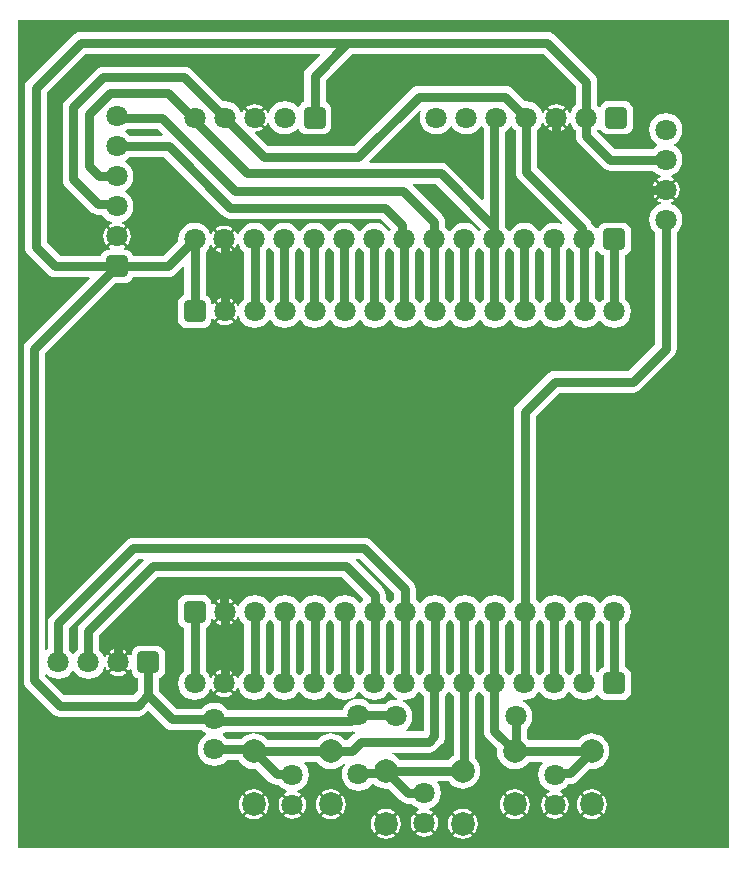
<source format=gtl>
%FSDAX44Y44*%
%MOMM*%
%SFA1B1*%

%IPPOS*%
%AMD12*
4,1,8,-0.675640,-0.899160,0.675640,-0.899160,0.899160,-0.675640,0.899160,0.675640,0.675640,0.899160,-0.675640,0.899160,-0.899160,0.675640,-0.899160,-0.675640,-0.675640,-0.899160,0.0*
1,1,0.450000,-0.675640,-0.675640*
1,1,0.450000,0.675640,-0.675640*
1,1,0.450000,0.675640,0.675640*
1,1,0.450000,-0.675640,0.675640*
%
%AMD14*
4,1,8,-0.899160,0.675640,-0.899160,-0.675640,-0.675640,-0.899160,0.675640,-0.899160,0.899160,-0.675640,0.899160,0.675640,0.675640,0.899160,-0.675640,0.899160,-0.899160,0.675640,0.0*
1,1,0.450000,-0.675640,0.675640*
1,1,0.450000,-0.675640,-0.675640*
1,1,0.450000,0.675640,-0.675640*
1,1,0.450000,0.675640,0.675640*
%
%ADD10C,0.799998*%
%ADD11C,1.799996*%
G04~CAMADD=12~8~0.0~0.0~708.7~708.7~88.6~0.0~15~0.0~0.0~0.0~0.0~0~0.0~0.0~0.0~0.0~0~0.0~0.0~0.0~180.0~708.0~708.0*
%ADD12D12*%
%ADD13C,1.999996*%
G04~CAMADD=14~8~0.0~0.0~708.7~708.7~88.6~0.0~15~0.0~0.0~0.0~0.0~0~0.0~0.0~0.0~0.0~0~0.0~0.0~0.0~90.0~708.0~708.0*
%ADD14D14*%
%LNcoenv_pcb-1*%
%LPD*%
G36*
X00601980Y00000000D02*
X00000000D01*
Y00701040*
X00601980*
Y00000000*
G37*
%LNcoenv_pcb-2*%
%LPC*%
G36*
X00448310Y00691067D02*
X00053340D01*
X00050990Y00690757*
X00048800Y00689851*
X00046920Y00688408*
X00008820Y00650308*
X00007378Y00648428*
X00006471Y00646238*
X00006161Y00643890*
Y00509270*
X00006471Y00506920*
X00007378Y00504730*
X00008820Y00502850*
X00025330Y00486340*
X00027210Y00484897*
X00029399Y00483991*
X00031750Y00483681*
X00060244*
X00060730Y00482508*
X00007550Y00429328*
X00006107Y00427448*
X00005201Y00425258*
X00004891Y00422910*
Y00142240*
X00005201Y00139890*
X00006107Y00137700*
X00007550Y00135820*
X00029140Y00114230*
X00031020Y00112787*
X00033210Y00111881*
X00035560Y00111571*
X00101600*
X00103948Y00111881*
X00106138Y00112787*
X00108018Y00114230*
X00110490Y00116701*
X00124390Y00102800*
X00126270Y00101357*
X00128460Y00100451*
X00130810Y00100141*
X00155688*
X00156384Y00099234*
X00158943Y00097271*
X00159045Y00096928*
Y00096110*
X00158943Y00095767*
X00156384Y00093804*
X00154140Y00090879*
X00152729Y00087474*
X00152248Y00083820*
X00152729Y00080164*
X00154140Y00076759*
X00156384Y00073834*
X00159309Y00071590*
X00162714Y00070179*
X00166370Y00069698*
X00170024Y00070179*
X00173429Y00071590*
X00176354Y00073834*
X00177050Y00074741*
X00186881*
X00187377Y00073815*
X00189251Y00071531*
X00191535Y00069657*
X00194141Y00068264*
X00196969Y00067406*
X00199909Y00067116*
X00201944Y00067317*
X00212871Y00056390*
Y00056389*
X00214751Y00054947*
X00216940Y00054040*
X00219290Y00053731*
X00221284*
X00222424Y00052244*
X00225349Y00050000*
X00228041Y00048885*
Y00047510*
X00226589Y00046909*
X00225195Y00045839*
X00232410Y00038625*
X00239623Y00045839*
X00238229Y00046909*
X00236777Y00047510*
Y00048885*
X00239469Y00050000*
X00242394Y00052244*
X00244638Y00055169*
X00246049Y00058574*
X00246530Y00062230*
X00246049Y00065884*
X00244638Y00069289*
X00242680Y00071841*
X00243186Y00073111*
X00252954*
X00254251Y00071531*
X00256535Y00069657*
X00259141Y00068264*
X00261969Y00067406*
X00264909Y00067116*
X00267849Y00067406*
X00270677Y00068264*
X00273283Y00069657*
X00275567Y00071531*
X00276046Y00072114*
X00276192Y00072097*
X00276762Y00070754*
X00276060Y00069839*
X00274649Y00066434*
X00274168Y00062779*
X00274649Y00059124*
X00276060Y00055719*
X00278304Y00052794*
X00281229Y00050550*
X00284634Y00049139*
X00288290Y00048658*
X00291944Y00049139*
X00295349Y00050550*
X00298274Y00052794*
X00299624Y00054553*
X00301581*
X00303295Y00053147*
X00305901Y00051754*
X00308728Y00050896*
X00311669Y00050606*
X00313703Y00050807*
X00323940Y00040570*
X00325820Y00039127*
X00328009Y00038221*
X00330359Y00037911*
X00333488*
X00334184Y00037004*
X00337109Y00034760*
X00339801Y00033645*
Y00032270*
X00338349Y00031669*
X00336955Y00030599*
X00344170Y00023385*
X00351383Y00030599*
X00349989Y00031669*
X00348537Y00032270*
Y00033645*
X00351229Y00034760*
X00354154Y00037004*
X00356398Y00039929*
X00357809Y00043334*
X00358290Y00046990*
X00357809Y00050644*
X00356398Y00054049*
X00355314Y00055462*
X00355876Y00056601*
X00364714*
X00366011Y00055021*
X00368295Y00053147*
X00370901Y00051754*
X00373729Y00050896*
X00376669Y00050606*
X00379609Y00050896*
X00382437Y00051754*
X00385043Y00053147*
X00387327Y00055021*
X00389201Y00057305*
X00390594Y00059911*
X00391452Y00062739*
X00391742Y00065679*
X00391452Y00068620*
X00390594Y00071447*
X00389201Y00074053*
X00387327Y00076337*
X00387137Y00076493*
Y00129018*
X00388044Y00129714*
X00390007Y00132273*
X00390350Y00132375*
X00391168*
X00391511Y00132273*
X00393474Y00129714*
X00394381Y00129018*
Y00099619*
X00394691Y00097269*
X00395597Y00095080*
X00397040Y00093200*
X00406017Y00084224*
X00405816Y00082189*
X00406106Y00079249*
X00406964Y00076421*
X00408357Y00073815*
X00410231Y00071531*
X00412515Y00069657*
X00415121Y00068264*
X00417948Y00067406*
X00420889Y00067116*
X00423829Y00067406*
X00426657Y00068264*
X00429263Y00069657*
X00431547Y00071531*
X00432844Y00073111*
X00443882*
X00444388Y00071841*
X00442430Y00069289*
X00441019Y00065884*
X00440538Y00062230*
X00441019Y00058574*
X00442430Y00055169*
X00444674Y00052244*
X00447599Y00050000*
X00450291Y00048885*
Y00047510*
X00448839Y00046909*
X00447445Y00045839*
X00454660Y00038625*
X00461873Y00045839*
X00460479Y00046909*
X00459027Y00047510*
Y00048885*
X00461719Y00050000*
X00464644Y00052244*
X00466272Y00054366*
X00467143*
X00469493Y00054675*
X00471682Y00055582*
X00473562Y00057024*
X00483855Y00067317*
X00485889Y00067116*
X00488829Y00067406*
X00491657Y00068264*
X00494263Y00069657*
X00496547Y00071531*
X00498421Y00073815*
X00499814Y00076421*
X00500672Y00079249*
X00500962Y00082189*
X00500672Y00085130*
X00499814Y00087957*
X00498421Y00090563*
X00496547Y00092847*
X00494263Y00094721*
X00491657Y00096114*
X00488829Y00096972*
X00485889Y00097262*
X00482948Y00096972*
X00480121Y00096114*
X00477515Y00094721*
X00475231Y00092847*
X00473934Y00091267*
X00432844*
X00431547Y00092847*
X00430717Y00093528*
Y00101078*
X00431624Y00101774*
X00433868Y00104699*
X00435279Y00108104*
X00435760Y00111760*
X00435279Y00115414*
X00433868Y00118819*
X00431624Y00121744*
X00428699Y00123988*
X00427531Y00124472*
X00427863Y00125709*
X00428859Y00125578*
X00432514Y00126059*
X00435919Y00127470*
X00438844Y00129714*
X00440807Y00132273*
X00441150Y00132375*
X00441968*
X00442311Y00132273*
X00444274Y00129714*
X00447199Y00127470*
X00450604Y00126059*
X00454259Y00125578*
X00457914Y00126059*
X00461319Y00127470*
X00464244Y00129714*
X00466207Y00132273*
X00466550Y00132375*
X00467368*
X00467711Y00132273*
X00469674Y00129714*
X00472599Y00127470*
X00476004Y00126059*
X00479659Y00125578*
X00483314Y00126059*
X00486719Y00127470*
X00489644Y00129714*
X00490153Y00130377*
X00491606Y00130186*
X00491976Y00129293*
X00493138Y00127778*
X00494653Y00126616*
X00496416Y00125886*
X00498309Y00125637*
X00511810*
X00513702Y00125886*
X00515465Y00126616*
X00516980Y00127778*
X00518142Y00129293*
X00518872Y00131056*
X00519122Y00132949*
Y00146449*
X00518872Y00148342*
X00518142Y00150105*
X00516980Y00151620*
X00515465Y00152782*
X00514137Y00153332*
Y00189708*
X00515044Y00190404*
X00517288Y00193329*
X00518699Y00196734*
X00519180Y00200389*
X00518699Y00204044*
X00517288Y00207449*
X00515044Y00210374*
X00512119Y00212618*
X00508714Y00214029*
X00505059Y00214510*
X00501404Y00214029*
X00497999Y00212618*
X00495074Y00210374*
X00493329Y00208099*
X00491789*
X00490044Y00210374*
X00487119Y00212618*
X00483714Y00214029*
X00480060Y00214510*
X00476404Y00214029*
X00472999Y00212618*
X00470074Y00210374*
X00468111Y00207816*
X00467768Y00207713*
X00466950*
X00466607Y00207816*
X00464644Y00210374*
X00461719Y00212618*
X00458314Y00214029*
X00454660Y00214510*
X00451004Y00214029*
X00447599Y00212618*
X00444674Y00210374*
X00442711Y00207816*
X00442368Y00207713*
X00441550*
X00441207Y00207816*
X00439244Y00210374*
X00438337Y00211070*
Y00365809*
X00458419Y00385891*
X00520700*
X00523048Y00386201*
X00525238Y00387107*
X00527118Y00388550*
X00555058Y00416490*
X00556501Y00418370*
X00557407Y00420559*
X00557717Y00422910*
Y00521448*
X00558624Y00522144*
X00560868Y00525069*
X00562279Y00528474*
X00562760Y00532130*
X00562279Y00535784*
X00560868Y00539189*
X00558624Y00542114*
X00555699Y00544358*
X00553007Y00545473*
Y00546848*
X00554459Y00547449*
X00555853Y00548519*
X00548640Y00555733*
X00541425Y00548519*
X00542819Y00547449*
X00544271Y00546848*
Y00545473*
X00541579Y00544358*
X00538654Y00542114*
X00536410Y00539189*
X00534999Y00535784*
X00534518Y00532130*
X00534999Y00528474*
X00536410Y00525069*
X00538654Y00522144*
X00539561Y00521448*
Y00426669*
X00516939Y00404047*
X00454660*
X00452310Y00403737*
X00450120Y00402830*
X00448240Y00401388*
X00422840Y00375988*
X00421398Y00374108*
X00420491Y00371918*
X00420181Y00369570*
Y00211070*
X00419274Y00210374*
X00417311Y00207816*
X00416968Y00207713*
X00416150*
X00415807Y00207816*
X00413844Y00210374*
X00410919Y00212618*
X00407514Y00214029*
X00403860Y00214510*
X00400204Y00214029*
X00396799Y00212618*
X00393874Y00210374*
X00391911Y00207816*
X00391568Y00207713*
X00390750*
X00390407Y00207816*
X00388444Y00210374*
X00385519Y00212618*
X00382114Y00214029*
X00378460Y00214510*
X00374804Y00214029*
X00371399Y00212618*
X00368474Y00210374*
X00366511Y00207816*
X00366168Y00207713*
X00365350*
X00365007Y00207816*
X00363044Y00210374*
X00360119Y00212618*
X00356714Y00214029*
X00353060Y00214510*
X00349404Y00214029*
X00345999Y00212618*
X00343074Y00210374*
X00341111Y00207816*
X00340768Y00207713*
X00339950*
X00339607Y00207816*
X00337644Y00210374*
X00336737Y00211070*
Y00219710*
X00336427Y00222058*
X00335521Y00224248*
X00334078Y00226128*
X00299788Y00260418*
X00297908Y00261860*
X00295718Y00262767*
X00293370Y00263077*
X00097790*
X00095440Y00262767*
X00093250Y00261860*
X00091370Y00260418*
X00027870Y00196918*
X00026427Y00195038*
X00025521Y00192848*
X00025211Y00190500*
Y00168314*
X00024221Y00167485*
X00023831Y00167534*
X00023047Y00167801*
Y00419149*
X00082594Y00478697*
X00090569*
X00092462Y00478946*
X00094225Y00479676*
X00095740Y00480838*
X00096902Y00482353*
X00097452Y00483681*
X00127000*
X00129348Y00483991*
X00131538Y00484897*
X00133418Y00486340*
X00139608Y00492530*
X00140781Y00492044*
Y00468292*
X00139453Y00467742*
X00137938Y00466580*
X00136776Y00465065*
X00136046Y00463302*
X00135797Y00461409*
Y00447909*
X00136046Y00446016*
X00136776Y00444253*
X00137938Y00442738*
X00139453Y00441576*
X00141216Y00440846*
X00143109Y00440596*
X00156609*
X00158502Y00440846*
X00160265Y00441576*
X00161780Y00442738*
X00162942Y00444253*
X00163672Y00446016*
X00163922Y00447909*
Y00448556*
X00165138Y00448830*
X00165192Y00448823*
X00166249Y00447445*
X00173463Y00454660*
X00166249Y00461873*
X00165192Y00460495*
X00165138Y00460488*
X00163922Y00460762*
Y00461409*
X00163672Y00463302*
X00162942Y00465065*
X00161780Y00466580*
X00160265Y00467742*
X00158937Y00468292*
Y00504938*
X00159844Y00505634*
X00162088Y00508559*
X00163003Y00510768*
X00164378*
X00164779Y00509799*
X00165849Y00508405*
X00173063Y00515620*
X00165849Y00522833*
X00164779Y00521439*
X00164378Y00520470*
X00163003*
X00162088Y00522679*
X00159844Y00525604*
X00156919Y00527848*
X00153514Y00529259*
X00149860Y00529740*
X00146204Y00529259*
X00142799Y00527848*
X00139874Y00525604*
X00137630Y00522679*
X00136219Y00519274*
X00135738Y00515620*
X00135888Y00514485*
X00123239Y00501837*
X00097452*
X00096902Y00503165*
X00095740Y00504680*
X00094225Y00505842*
X00092462Y00506572*
X00090569Y00506822*
X00089922*
X00089648Y00508038*
X00089655Y00508091*
X00091033Y00509149*
X00083820Y00516363*
X00076605Y00509149*
X00077983Y00508091*
X00077990Y00508038*
X00077716Y00506822*
X00077069*
X00075176Y00506572*
X00073413Y00505842*
X00071898Y00504680*
X00070736Y00503165*
X00070186Y00501837*
X00035509*
X00024317Y00513029*
Y00640129*
X00057099Y00672911*
X00255824*
X00256310Y00671738*
X00245040Y00660468*
X00243597Y00658588*
X00242691Y00656398*
X00242381Y00654050*
Y00632122*
X00241053Y00631572*
X00239538Y00630410*
X00238376Y00628895*
X00238006Y00628003*
X00236552Y00627811*
X00236044Y00628474*
X00233119Y00630718*
X00229714Y00632129*
X00226060Y00632610*
X00222404Y00632129*
X00218999Y00630718*
X00216074Y00628474*
X00213830Y00625549*
X00212715Y00622857*
X00211340*
X00210739Y00624309*
X00209669Y00625703*
X00202455Y00618490*
X00209669Y00611275*
X00210739Y00612669*
X00211340Y00614121*
X00212715*
X00213830Y00611429*
X00216074Y00608504*
X00218999Y00606260*
X00222404Y00604849*
X00226060Y00604368*
X00229714Y00604849*
X00233119Y00606260*
X00236044Y00608504*
X00236552Y00609167*
X00238006Y00608976*
X00238376Y00608083*
X00239538Y00606568*
X00241053Y00605406*
X00242816Y00604676*
X00244709Y00604426*
X00258209*
X00260102Y00604676*
X00261865Y00605406*
X00263380Y00606568*
X00264542Y00608083*
X00265272Y00609846*
X00265521Y00611739*
Y00625239*
X00265272Y00627132*
X00264542Y00628895*
X00263380Y00630410*
X00261865Y00631572*
X00260537Y00632122*
Y00650289*
X00283159Y00672911*
X00444549*
X00472251Y00645209*
Y00629170*
X00471344Y00628474*
X00469100Y00625549*
X00467985Y00622857*
X00466610*
X00466009Y00624309*
X00464939Y00625703*
X00457725Y00618490*
X00464939Y00611275*
X00466009Y00612669*
X00466610Y00614121*
X00467985*
X00469100Y00611429*
X00471344Y00608504*
X00472251Y00607808*
Y00603250*
X00472561Y00600900*
X00473468Y00598710*
X00474910Y00596830*
X00495230Y00576510*
X00497110Y00575068*
X00499300Y00574161*
X00501650Y00573851*
X00537958*
X00538654Y00572944*
X00541579Y00570700*
X00544271Y00569585*
Y00568210*
X00542819Y00567609*
X00541425Y00566539*
X00548640Y00559325*
X00555853Y00566539*
X00554459Y00567609*
X00553007Y00568210*
Y00569585*
X00555699Y00570700*
X00558624Y00572944*
X00560868Y00575869*
X00562279Y00579274*
X00562760Y00582930*
X00562279Y00586584*
X00560868Y00589989*
X00558624Y00592914*
X00556066Y00594877*
X00555963Y00595220*
Y00596038*
X00556066Y00596381*
X00558624Y00598344*
X00560868Y00601269*
X00562279Y00604674*
X00562760Y00608330*
X00562279Y00611984*
X00560868Y00615389*
X00558624Y00618314*
X00555699Y00620558*
X00552294Y00621969*
X00548640Y00622450*
X00544984Y00621969*
X00541579Y00620558*
X00538654Y00618314*
X00536410Y00615389*
X00534999Y00611984*
X00534518Y00608330*
X00534999Y00604674*
X00536410Y00601269*
X00538654Y00598344*
X00541212Y00596381*
X00541315Y00596038*
Y00595220*
X00541212Y00594877*
X00538654Y00592914*
X00537958Y00592007*
X00505409*
X00490735Y00606681*
X00490805Y00608114*
X00491314Y00608504*
X00491823Y00609167*
X00493276Y00608976*
X00493646Y00608083*
X00494808Y00606568*
X00496323Y00605406*
X00498086Y00604676*
X00499979Y00604426*
X00513479*
X00515372Y00604676*
X00517135Y00605406*
X00518650Y00606568*
X00519812Y00608083*
X00520542Y00609846*
X00520792Y00611739*
Y00625239*
X00520542Y00627132*
X00519812Y00628895*
X00518650Y00630410*
X00517135Y00631572*
X00515372Y00632302*
X00513479Y00632551*
X00499979*
X00498086Y00632302*
X00496323Y00631572*
X00494808Y00630410*
X00493646Y00628895*
X00493276Y00628003*
X00491823Y00627811*
X00491314Y00628474*
X00490407Y00629170*
Y00648970*
X00490097Y00651319*
X00489191Y00653508*
X00487748Y00655388*
X00454728Y00688408*
X00452848Y00689851*
X00450659Y00690757*
X00448310Y00691067*
G37*
G36*
X00455930Y00630129D02*
X00452917Y00629732D01*
X00450109Y00628569*
X00448715Y00627499*
X00455930Y00620285*
X00463143Y00627499*
X00461749Y00628569*
X00458941Y00629732*
X00455930Y00630129*
G37*
G36*
X00200660D02*
X00197646Y00629732D01*
X00194839Y00628569*
X00193445Y00627499*
X00200660Y00620285*
X00207873Y00627499*
X00206479Y00628569*
X00203672Y00629732*
X00200660Y00630129*
G37*
G36*
X00072390Y00661857D02*
X00070040Y00661547D01*
X00067850Y00660640*
X00065970Y00659198*
X00040570Y00633798*
X00039127Y00631918*
X00038221Y00629728*
X00037911Y00627380*
Y00566420*
X00038221Y00564070*
X00039127Y00561880*
X00040570Y00560000*
X00061517Y00539054*
Y00539053*
X00063397Y00537611*
X00065586Y00536704*
X00067936Y00536395*
X00071670*
X00073834Y00533574*
X00076759Y00531330*
X00079451Y00530215*
Y00528840*
X00077999Y00528239*
X00076605Y00527169*
X00083820Y00519955*
X00091033Y00527169*
X00089639Y00528239*
X00088187Y00528840*
Y00530215*
X00090879Y00531330*
X00093804Y00533574*
X00096048Y00536499*
X00097459Y00539904*
X00097940Y00543560*
X00097459Y00547214*
X00096048Y00550619*
X00093804Y00553544*
X00091246Y00555507*
X00091143Y00555850*
Y00556668*
X00091246Y00557011*
X00093804Y00558974*
X00096048Y00561899*
X00097459Y00565304*
X00097940Y00568960*
X00097459Y00572614*
X00096048Y00576019*
X00093804Y00578944*
X00091246Y00580907*
X00091143Y00581250*
Y00582068*
X00091246Y00582411*
X00093804Y00584374*
X00094500Y00585281*
X00123904*
X00173315Y00535870*
X00175195Y00534427*
X00177385Y00533521*
X00179734Y00533211*
X00307389*
X00316285Y00524315*
X00315311Y00523045*
X00314968Y00522943*
X00314150*
X00313807Y00523045*
X00311844Y00525604*
X00308919Y00527848*
X00305514Y00529259*
X00301859Y00529740*
X00298204Y00529259*
X00294799Y00527848*
X00291874Y00525604*
X00289911Y00523045*
X00289568Y00522943*
X00288750*
X00288407Y00523045*
X00286444Y00525604*
X00283519Y00527848*
X00280114Y00529259*
X00276459Y00529740*
X00272804Y00529259*
X00269399Y00527848*
X00266474Y00525604*
X00264511Y00523045*
X00264168Y00522943*
X00263350*
X00263007Y00523045*
X00261044Y00525604*
X00258119Y00527848*
X00254714Y00529259*
X00251059Y00529740*
X00247404Y00529259*
X00243999Y00527848*
X00241074Y00525604*
X00239111Y00523045*
X00238768Y00522943*
X00237950*
X00237607Y00523045*
X00235644Y00525604*
X00232719Y00527848*
X00229314Y00529259*
X00225659Y00529740*
X00222004Y00529259*
X00218599Y00527848*
X00215674Y00525604*
X00213711Y00523045*
X00213368Y00522943*
X00212550*
X00212207Y00523045*
X00210244Y00525604*
X00207319Y00527848*
X00203914Y00529259*
X00200259Y00529740*
X00196604Y00529259*
X00193199Y00527848*
X00190274Y00525604*
X00188030Y00522679*
X00186915Y00519987*
X00185540*
X00184939Y00521439*
X00183869Y00522833*
X00176655Y00515620*
X00183869Y00508405*
X00184939Y00509799*
X00185540Y00511251*
X00186915*
X00188030Y00508559*
X00190274Y00505634*
X00191581Y00504631*
Y00465340*
X00190674Y00464644*
X00188430Y00461719*
X00187315Y00459027*
X00185940*
X00185339Y00460479*
X00184269Y00461873*
X00177055Y00454660*
X00184269Y00447445*
X00185339Y00448839*
X00185940Y00450291*
X00187315*
X00188430Y00447599*
X00190674Y00444674*
X00193599Y00442430*
X00197004Y00441019*
X00200660Y00440538*
X00204314Y00441019*
X00207719Y00442430*
X00210644Y00444674*
X00212607Y00447233*
X00212950Y00447335*
X00213768*
X00214111Y00447233*
X00216074Y00444674*
X00218999Y00442430*
X00222404Y00441019*
X00226060Y00440538*
X00229714Y00441019*
X00233119Y00442430*
X00236044Y00444674*
X00238007Y00447233*
X00238350Y00447335*
X00239168*
X00239511Y00447233*
X00241474Y00444674*
X00244399Y00442430*
X00247804Y00441019*
X00251460Y00440538*
X00255114Y00441019*
X00258519Y00442430*
X00261444Y00444674*
X00263407Y00447233*
X00263750Y00447335*
X00264568*
X00264911Y00447233*
X00266874Y00444674*
X00269799Y00442430*
X00273204Y00441019*
X00276860Y00440538*
X00280514Y00441019*
X00283919Y00442430*
X00286844Y00444674*
X00288807Y00447233*
X00289150Y00447335*
X00289968*
X00290311Y00447233*
X00292274Y00444674*
X00295199Y00442430*
X00298604Y00441019*
X00302260Y00440538*
X00305914Y00441019*
X00309319Y00442430*
X00312244Y00444674*
X00314207Y00447233*
X00314550Y00447335*
X00315368*
X00315711Y00447233*
X00317674Y00444674*
X00320599Y00442430*
X00324004Y00441019*
X00327660Y00440538*
X00331314Y00441019*
X00334719Y00442430*
X00337644Y00444674*
X00339607Y00447233*
X00339950Y00447335*
X00340768*
X00341111Y00447233*
X00343074Y00444674*
X00345999Y00442430*
X00349404Y00441019*
X00353060Y00440538*
X00356714Y00441019*
X00360119Y00442430*
X00363044Y00444674*
X00365007Y00447233*
X00365350Y00447335*
X00366168*
X00366511Y00447233*
X00368474Y00444674*
X00371399Y00442430*
X00374804Y00441019*
X00378460Y00440538*
X00382114Y00441019*
X00385519Y00442430*
X00388444Y00444674*
X00390407Y00447233*
X00390750Y00447335*
X00391568*
X00391911Y00447233*
X00393874Y00444674*
X00396799Y00442430*
X00400204Y00441019*
X00403860Y00440538*
X00407514Y00441019*
X00410919Y00442430*
X00413844Y00444674*
X00415807Y00447233*
X00416150Y00447335*
X00416968*
X00417311Y00447233*
X00419274Y00444674*
X00422199Y00442430*
X00425604Y00441019*
X00429260Y00440538*
X00432914Y00441019*
X00436319Y00442430*
X00439244Y00444674*
X00441207Y00447233*
X00441550Y00447335*
X00442368*
X00442711Y00447233*
X00444674Y00444674*
X00447599Y00442430*
X00451004Y00441019*
X00454660Y00440538*
X00458314Y00441019*
X00461719Y00442430*
X00464644Y00444674*
X00466607Y00447233*
X00466950Y00447335*
X00467768*
X00468111Y00447233*
X00470074Y00444674*
X00472999Y00442430*
X00476404Y00441019*
X00480060Y00440538*
X00483714Y00441019*
X00487119Y00442430*
X00490044Y00444674*
X00491789Y00446949*
X00493329*
X00495074Y00444674*
X00497999Y00442430*
X00501404Y00441019*
X00505059Y00440538*
X00508714Y00441019*
X00512119Y00442430*
X00515044Y00444674*
X00517288Y00447599*
X00518699Y00451004*
X00519180Y00454660*
X00518699Y00458314*
X00517288Y00461719*
X00515044Y00464644*
X00514137Y00465340*
Y00501986*
X00515465Y00502536*
X00516980Y00503698*
X00518142Y00505213*
X00518872Y00506976*
X00519122Y00508869*
Y00522369*
X00518872Y00524262*
X00518142Y00526025*
X00516980Y00527540*
X00515465Y00528702*
X00513702Y00529432*
X00511810Y00529682*
X00498309*
X00496416Y00529432*
X00494653Y00528702*
X00493138Y00527540*
X00491976Y00526025*
X00491606Y00525133*
X00490153Y00524941*
X00489644Y00525604*
X00486719Y00527848*
X00486498Y00527939*
X00485607Y00530091*
X00484164Y00531971*
X00439607Y00576529*
Y00607808*
X00440514Y00608504*
X00442758Y00611429*
X00443873Y00614121*
X00445248*
X00445849Y00612669*
X00446919Y00611275*
X00454133Y00618490*
X00446919Y00625703*
X00445849Y00624309*
X00445248Y00622857*
X00443873*
X00442758Y00625549*
X00440514Y00628474*
X00437589Y00630718*
X00434184Y00632129*
X00430530Y00632610*
X00429444Y00632467*
X00419004Y00642908*
X00417124Y00644350*
X00414934Y00645257*
X00412585Y00645567*
X00339309*
X00336959Y00645257*
X00334770Y00644351*
X00332890Y00642908*
X00284529Y00594547*
X00211983*
X00200926Y00605604*
X00201381Y00606944*
X00203672Y00607246*
X00206479Y00608409*
X00207873Y00609479*
X00199761Y00617591*
X00191649Y00625703*
X00190579Y00624309*
X00189978Y00622857*
X00188603*
X00187488Y00625549*
X00185244Y00628474*
X00182319Y00630718*
X00178914Y00632129*
X00175260Y00632610*
X00174174Y00632467*
X00163734Y00642908*
X00163494Y00643092*
X00147388Y00659198*
X00145508Y00660640*
X00143318Y00661547*
X00140970Y00661857*
X00072390*
G37*
G36*
X00455930Y00616693D02*
X00448715Y00609479D01*
X00450109Y00608409*
X00452917Y00607246*
X00455930Y00606849*
X00458941Y00607246*
X00461749Y00608409*
X00463143Y00609479*
X00455930Y00616693*
G37*
G36*
X00557649Y00564743D02*
X00550435Y00557530D01*
X00557649Y00550315*
X00558719Y00551709*
X00559882Y00554517*
X00560279Y00557530*
X00559882Y00560541*
X00558719Y00563349*
X00557649Y00564743*
G37*
G36*
X00539629D02*
X00538559Y00563349D01*
X00537396Y00560541*
X00536999Y00557530*
X00537396Y00554517*
X00538559Y00551709*
X00539629Y00550315*
X00546843Y00557530*
X00539629Y00564743*
G37*
G36*
X00174859Y00527258D02*
X00171846Y00526862D01*
X00169039Y00525699*
X00167645Y00524629*
X00174859Y00517415*
X00182073Y00524629*
X00180679Y00525699*
X00177872Y00526862*
X00174859Y00527258*
G37*
G36*
X00074809Y00525373D02*
X00073739Y00523979D01*
X00072576Y00521171*
X00072180Y00518160*
X00072576Y00515147*
X00073739Y00512339*
X00074809Y00510945*
X00082023Y00518160*
X00074809Y00525373*
G37*
G36*
X00092829D02*
X00085615Y00518160D01*
X00092829Y00510945*
X00093899Y00512339*
X00095062Y00515147*
X00095459Y00518160*
X00095062Y00521171*
X00093899Y00523979*
X00092829Y00525373*
G37*
G36*
X00174859Y00513823D02*
X00167645Y00506609D01*
X00169039Y00505539*
X00171846Y00504376*
X00174859Y00503979*
X00177872Y00504376*
X00180679Y00505539*
X00182073Y00506609*
X00174859Y00513823*
G37*
G36*
X00175260Y00466299D02*
X00172247Y00465902D01*
X00169439Y00464739*
X00168045Y00463669*
X00175260Y00456455*
X00182473Y00463669*
X00181079Y00464739*
X00178271Y00465902*
X00175260Y00466299*
G37*
G36*
Y00452863D02*
X00168045Y00445649D01*
X00169439Y00444579*
X00172247Y00443416*
X00175260Y00443019*
X00178271Y00443416*
X00181079Y00444579*
X00182473Y00445649*
X00175260Y00452863*
G37*
G36*
X00420889Y00049837D02*
X00417615Y00049406D01*
X00414565Y00048143*
X00412962Y00046912*
X00420889Y00038985*
X00428816Y00046912*
X00427213Y00048143*
X00424163Y00049406*
X00420889Y00049837*
G37*
G36*
X00264909D02*
X00261635Y00049406D01*
X00258585Y00048143*
X00256982Y00046912*
X00264909Y00038985*
X00272836Y00046912*
X00271233Y00048143*
X00268183Y00049406*
X00264909Y00049837*
G37*
G36*
X00199909D02*
X00196635Y00049406D01*
X00193585Y00048143*
X00191982Y00046912*
X00199909Y00038985*
X00207836Y00046912*
X00206233Y00048143*
X00203183Y00049406*
X00199909Y00049837*
G37*
G36*
X00485889D02*
X00482615Y00049406D01*
X00479565Y00048143*
X00477962Y00046912*
X00485889Y00038985*
X00493816Y00046912*
X00492213Y00048143*
X00489163Y00049406*
X00485889Y00049837*
G37*
G36*
X00445649Y00044043D02*
X00444579Y00042649D01*
X00443416Y00039842*
X00443019Y00036830*
X00443416Y00033817*
X00444579Y00031009*
X00445649Y00029615*
X00452863Y00036830*
X00445649Y00044043*
G37*
G36*
X00223399D02*
X00222329Y00042649D01*
X00221166Y00039842*
X00220769Y00036830*
X00221166Y00033817*
X00222329Y00031009*
X00223399Y00029615*
X00230613Y00036830*
X00223399Y00044043*
G37*
G36*
X00463669D02*
X00456455Y00036830D01*
X00463669Y00029615*
X00464739Y00031009*
X00465902Y00033817*
X00466299Y00036830*
X00465902Y00039842*
X00464739Y00042649*
X00463669Y00044043*
G37*
G36*
X00241419D02*
X00234205Y00036830D01*
X00241419Y00029615*
X00242489Y00031009*
X00243652Y00033817*
X00244048Y00036830*
X00243652Y00039842*
X00242489Y00042649*
X00241419Y00044043*
G37*
G36*
X00476166Y00045116D02*
X00474935Y00043513D01*
X00473672Y00040463*
X00473241Y00037189*
X00473672Y00033915*
X00474935Y00030865*
X00476166Y00029262*
X00484093Y00037189*
X00476166Y00045116*
G37*
G36*
X00411165D02*
X00409935Y00043513D01*
X00408672Y00040463*
X00408241Y00037189*
X00408672Y00033915*
X00409935Y00030865*
X00411166Y00029262*
X00419093Y00037189*
X00411165Y00045116*
G37*
G36*
X00255186D02*
X00253955Y00043513D01*
X00252692Y00040463*
X00252261Y00037189*
X00252692Y00033915*
X00253955Y00030865*
X00255186Y00029262*
X00263113Y00037189*
X00255186Y00045116*
G37*
G36*
X00190186D02*
X00188955Y00043513D01*
X00187692Y00040463*
X00187261Y00037189*
X00187692Y00033915*
X00188955Y00030865*
X00190186Y00029262*
X00198113Y00037189*
X00190186Y00045116*
G37*
G36*
X00430612D02*
X00422685Y00037189D01*
X00430612Y00029262*
X00431843Y00030865*
X00433106Y00033915*
X00433537Y00037189*
X00433106Y00040463*
X00431843Y00043513*
X00430612Y00045116*
G37*
G36*
X00495612D02*
X00487685Y00037189D01*
X00495612Y00029262*
X00496843Y00030865*
X00498106Y00033915*
X00498537Y00037189*
X00498106Y00040463*
X00496843Y00043513*
X00495612Y00045116*
G37*
G36*
X00274632D02*
X00266705Y00037189D01*
X00274632Y00029262*
X00275863Y00030865*
X00277126Y00033915*
X00277557Y00037189*
X00277126Y00040463*
X00275863Y00043513*
X00274632Y00045116*
G37*
G36*
X00209632D02*
X00201705Y00037189D01*
X00209632Y00029262*
X00210863Y00030865*
X00212126Y00033915*
X00212557Y00037189*
X00212126Y00040463*
X00210863Y00043513*
X00209632Y00045116*
G37*
G36*
X00454660Y00035033D02*
X00447445Y00027819D01*
X00448839Y00026749*
X00451646Y00025586*
X00454660Y00025189*
X00457672Y00025586*
X00460479Y00026749*
X00461873Y00027819*
X00454660Y00035033*
G37*
G36*
X00232410D02*
X00225195Y00027819D01*
X00226589Y00026749*
X00229397Y00025586*
X00232410Y00025189*
X00235421Y00025586*
X00238229Y00026749*
X00239623Y00027819*
X00232410Y00035033*
G37*
G36*
X00485889Y00035393D02*
X00477962Y00027466D01*
X00479565Y00026235*
X00482615Y00024972*
X00485889Y00024541*
X00489163Y00024972*
X00492213Y00026235*
X00493816Y00027465*
X00485889Y00035393*
G37*
G36*
X00420889D02*
X00412962Y00027466D01*
X00414565Y00026235*
X00417615Y00024972*
X00420889Y00024541*
X00424163Y00024972*
X00427213Y00026235*
X00428816Y00027465*
X00420889Y00035393*
G37*
G36*
X00264909D02*
X00256982Y00027466D01*
X00258585Y00026235*
X00261635Y00024972*
X00264909Y00024541*
X00268183Y00024972*
X00271233Y00026235*
X00272836Y00027465*
X00264909Y00035393*
G37*
G36*
X00199909D02*
X00191982Y00027466D01*
X00193585Y00026235*
X00196635Y00024972*
X00199909Y00024541*
X00203183Y00024972*
X00206233Y00026235*
X00207836Y00027465*
X00199909Y00035393*
G37*
G36*
X00376669Y00033327D02*
X00373395Y00032896D01*
X00370345Y00031633*
X00368742Y00030402*
X00376669Y00022475*
X00384596Y00030402*
X00382993Y00031633*
X00379943Y00032896*
X00376669Y00033327*
G37*
G36*
X00311669D02*
X00308395Y00032896D01*
X00305345Y00031633*
X00303742Y00030402*
X00311669Y00022475*
X00319596Y00030402*
X00317993Y00031633*
X00314943Y00032896*
X00311669Y00033327*
G37*
G36*
X00335159Y00028803D02*
X00334089Y00027409D01*
X00332926Y00024601*
X00332530Y00021590*
X00332926Y00018577*
X00334089Y00015769*
X00335159Y00014375*
X00342373Y00021590*
X00335159Y00028803*
G37*
G36*
X00353179D02*
X00345965Y00021590D01*
X00353179Y00014375*
X00354249Y00015769*
X00355412Y00018577*
X00355809Y00021590*
X00355412Y00024601*
X00354249Y00027409*
X00353179Y00028803*
G37*
G36*
X00366946Y00028606D02*
X00365715Y00027003D01*
X00364452Y00023953*
X00364021Y00020679*
X00364452Y00017405*
X00365715Y00014355*
X00366946Y00012752*
X00374873Y00020679*
X00366946Y00028606*
G37*
G36*
X00301946D02*
X00300715Y00027003D01*
X00299452Y00023953*
X00299021Y00020679*
X00299452Y00017405*
X00300715Y00014355*
X00301946Y00012752*
X00309873Y00020679*
X00301946Y00028606*
G37*
G36*
X00386392D02*
X00378465Y00020679D01*
X00386392Y00012752*
X00387623Y00014355*
X00388886Y00017405*
X00389317Y00020679*
X00388886Y00023953*
X00387623Y00027003*
X00386392Y00028606*
G37*
G36*
X00321392D02*
X00313465Y00020679D01*
X00321392Y00012752*
X00322623Y00014355*
X00323886Y00017405*
X00324317Y00020679*
X00323886Y00023953*
X00322623Y00027003*
X00321392Y00028606*
G37*
G36*
X00344170Y00019793D02*
X00336955Y00012579D01*
X00338349Y00011509*
X00341156Y00010346*
X00344170Y00009949*
X00347182Y00010346*
X00349989Y00011509*
X00351383Y00012579*
X00344170Y00019793*
G37*
G36*
X00376669Y00018883D02*
X00368742Y00010956D01*
X00370345Y00009725*
X00373395Y00008462*
X00376669Y00008031*
X00379943Y00008462*
X00382993Y00009725*
X00384596Y00010955*
X00376669Y00018883*
G37*
G36*
X00311669D02*
X00303742Y00010956D01*
X00305345Y00009725*
X00308395Y00008462*
X00311669Y00008031*
X00314943Y00008462*
X00317993Y00009725*
X00319596Y00010955*
X00311669Y00018883*
G37*
%LNcoenv_pcb-3*%
%LPD*%
G36*
X00318581Y00215949D02*
Y00211070D01*
X00317674Y00210374*
X00315711Y00207816*
X00315368Y00207713*
X00314550*
X00314207Y00207816*
X00312244Y00210374*
X00311337Y00211070*
Y00214630*
X00311027Y00216979*
X00310120Y00219168*
X00308678Y00221048*
X00285978Y00243748*
X00286464Y00244921*
X00289609*
X00318581Y00215949*
G37*
G36*
X00292387Y00211664D02*
X00292303Y00210396D01*
X00292274Y00210374*
X00290311Y00207816*
X00289968Y00207713*
X00289150*
X00288807Y00207816*
X00286844Y00210374*
X00283919Y00212618*
X00280514Y00214029*
X00276860Y00214510*
X00273204Y00214029*
X00269799Y00212618*
X00266874Y00210374*
X00264911Y00207816*
X00264568Y00207713*
X00263750*
X00263407Y00207816*
X00261444Y00210374*
X00258519Y00212618*
X00255114Y00214029*
X00251460Y00214510*
X00247804Y00214029*
X00244399Y00212618*
X00241474Y00210374*
X00239511Y00207816*
X00239168Y00207713*
X00238350*
X00238007Y00207816*
X00236044Y00210374*
X00233119Y00212618*
X00229714Y00214029*
X00226060Y00214510*
X00222404Y00214029*
X00218999Y00212618*
X00216074Y00210374*
X00214111Y00207816*
X00213768Y00207713*
X00212950*
X00212607Y00207816*
X00210644Y00210374*
X00207719Y00212618*
X00204314Y00214029*
X00200660Y00214510*
X00197004Y00214029*
X00193599Y00212618*
X00190674Y00210374*
X00188430Y00207449*
X00187315Y00204757*
X00185940*
X00185339Y00206209*
X00184269Y00207603*
X00177055Y00200389*
X00184269Y00193175*
X00185339Y00194569*
X00185940Y00196021*
X00187315*
X00188430Y00193329*
X00190674Y00190404*
X00191581Y00189708*
Y00150687*
X00190274Y00149684*
X00188030Y00146759*
X00186915Y00144067*
X00185540*
X00184939Y00145519*
X00183869Y00146913*
X00176655Y00139700*
X00183869Y00132485*
X00184939Y00133879*
X00185540Y00135331*
X00186915*
X00188030Y00132639*
X00190274Y00129714*
X00193199Y00127470*
X00196604Y00126059*
X00200259Y00125578*
X00203914Y00126059*
X00207319Y00127470*
X00210244Y00129714*
X00212207Y00132273*
X00212550Y00132375*
X00213368*
X00213711Y00132273*
X00215674Y00129714*
X00218599Y00127470*
X00222004Y00126059*
X00225659Y00125578*
X00229314Y00126059*
X00232719Y00127470*
X00235644Y00129714*
X00237607Y00132273*
X00237950Y00132375*
X00238768*
X00239111Y00132273*
X00241074Y00129714*
X00243999Y00127470*
X00247404Y00126059*
X00251059Y00125578*
X00254714Y00126059*
X00258119Y00127470*
X00261044Y00129714*
X00263007Y00132273*
X00263350Y00132375*
X00264168*
X00264511Y00132273*
X00266474Y00129714*
X00269399Y00127470*
X00272804Y00126059*
X00276459Y00125578*
X00280114Y00126059*
X00283519Y00127470*
X00286444Y00129714*
X00288407Y00132273*
X00288750Y00132375*
X00289568*
X00289911Y00132273*
X00291874Y00129714*
X00294799Y00127470*
X00298204Y00126059*
X00301859Y00125578*
X00305514Y00126059*
X00308919Y00127470*
X00311844Y00129714*
X00313807Y00132273*
X00314150Y00132375*
X00314968*
X00315311Y00132273*
X00317274Y00129714*
X00320199Y00127470*
X00321367Y00126986*
X00321036Y00125749*
X00320040Y00125880*
X00316384Y00125399*
X00312979Y00123988*
X00310527Y00122107*
X00298548*
X00298274Y00122464*
X00295349Y00124708*
X00291944Y00126119*
X00288290Y00126600*
X00284634Y00126119*
X00281229Y00124708*
X00278304Y00122464*
X00276060Y00119539*
X00275019Y00117027*
X00178025*
X00176354Y00119204*
X00173429Y00121448*
X00170024Y00122859*
X00166370Y00123340*
X00162714Y00122859*
X00159309Y00121448*
X00156384Y00119204*
X00155688Y00118297*
X00134569*
X00119567Y00133299*
Y00143846*
X00120895Y00144396*
X00122410Y00145558*
X00123572Y00147073*
X00124302Y00148836*
X00124551Y00150729*
Y00164229*
X00124302Y00166122*
X00123572Y00167885*
X00122410Y00169400*
X00120895Y00170562*
X00119132Y00171292*
X00117239Y00171541*
X00103739*
X00101846Y00171292*
X00100083Y00170562*
X00098568Y00169400*
X00097406Y00167885*
X00096676Y00166122*
X00096426Y00164229*
Y00163582*
X00095210Y00163308*
X00095156Y00163315*
X00094099Y00164693*
X00086885Y00157480*
X00094099Y00150265*
X00095156Y00151643*
X00095210Y00151650*
X00096426Y00151376*
Y00150729*
X00096676Y00148836*
X00097406Y00147073*
X00098568Y00145558*
X00100083Y00144396*
X00101411Y00143846*
Y00133299*
X00097839Y00129727*
X00039319*
X00023065Y00145980*
X00023183Y00147100*
X00024342Y00147465*
X00027229Y00145250*
X00030634Y00143839*
X00034290Y00143358*
X00037944Y00143839*
X00041349Y00145250*
X00044274Y00147494*
X00046237Y00150053*
X00046580Y00150155*
X00047398*
X00047741Y00150053*
X00049704Y00147494*
X00052629Y00145250*
X00056034Y00143839*
X00059690Y00143358*
X00063344Y00143839*
X00066749Y00145250*
X00069674Y00147494*
X00071918Y00150419*
X00073033Y00153111*
X00074408*
X00075009Y00151659*
X00076079Y00150265*
X00083293Y00157480*
X00076079Y00164693*
X00075009Y00163299*
X00074408Y00161847*
X00073033*
X00071918Y00164539*
X00069674Y00167464*
X00068767Y00168160*
Y00180389*
X00118059Y00229681*
X00274369*
X00292387Y00211664*
G37*
G36*
X00106450Y00243748D02*
X00053270Y00190568D01*
X00051827Y00188688*
X00050921Y00186498*
X00050611Y00184150*
Y00168160*
X00049704Y00167464*
X00047741Y00164906*
X00047398Y00164803*
X00046580*
X00046237Y00164906*
X00044274Y00167464*
X00043367Y00168160*
Y00186739*
X00101549Y00244921*
X00105964*
X00106450Y00243748*
G37*
G36*
X00495074Y00190404D02*
X00495981Y00189708D01*
Y00153332*
X00494653Y00152782*
X00493138Y00151620*
X00491976Y00150105*
X00491606Y00149212*
X00490153Y00149021*
X00489644Y00149684*
X00489137Y00150073*
Y00189708*
X00490044Y00190404*
X00491789Y00192679*
X00493329*
X00495074Y00190404*
G37*
G36*
X00468111Y00192963D02*
X00470074Y00190404D01*
X00470981Y00189708*
Y00150687*
X00469674Y00149684*
X00467711Y00147126*
X00467368Y00147023*
X00466550*
X00466207Y00147126*
X00464244Y00149684*
X00463337Y00150380*
Y00189401*
X00464644Y00190404*
X00466607Y00192963*
X00466950Y00193065*
X00467768*
X00468111Y00192963*
G37*
G36*
X00442711D02*
X00444674Y00190404D01*
X00445181Y00190015*
Y00150380*
X00444274Y00149684*
X00442311Y00147126*
X00441968Y00147023*
X00441150*
X00440807Y00147126*
X00438844Y00149684*
X00438337Y00150073*
Y00189708*
X00439244Y00190404*
X00441207Y00192963*
X00441550Y00193065*
X00442368*
X00442711Y00192963*
G37*
G36*
X00417311D02*
X00419274Y00190404D01*
X00420181Y00189708*
Y00150687*
X00418874Y00149684*
X00416911Y00147126*
X00416568Y00147023*
X00415750*
X00415407Y00147126*
X00413444Y00149684*
X00412537Y00150380*
Y00189401*
X00413844Y00190404*
X00415807Y00192963*
X00416150Y00193065*
X00416968*
X00417311Y00192963*
G37*
G36*
X00391911D02*
X00393874Y00190404D01*
X00394381Y00190015*
Y00150380*
X00393474Y00149684*
X00391511Y00147126*
X00391168Y00147023*
X00390350*
X00390007Y00147126*
X00388044Y00149684*
X00387137Y00150380*
Y00189401*
X00388444Y00190404*
X00390407Y00192963*
X00390750Y00193065*
X00391568*
X00391911Y00192963*
G37*
G36*
X00366511D02*
X00368474Y00190404D01*
X00368981Y00190015*
Y00150380*
X00368074Y00149684*
X00366111Y00147126*
X00365768Y00147023*
X00364950*
X00364607Y00147126*
X00362644Y00149684*
X00362137Y00150073*
Y00189708*
X00363044Y00190404*
X00365007Y00192963*
X00365350Y00193065*
X00366168*
X00366511Y00192963*
G37*
G36*
X00341111D02*
X00343074Y00190404D01*
X00343981Y00189708*
Y00150687*
X00342674Y00149684*
X00340711Y00147126*
X00340368Y00147023*
X00339550*
X00339207Y00147126*
X00337244Y00149684*
X00336737Y00150073*
Y00189708*
X00337644Y00190404*
X00339607Y00192963*
X00339950Y00193065*
X00340768*
X00341111Y00192963*
G37*
G36*
X00315711D02*
X00317674Y00190404D01*
X00318581Y00189708*
Y00150687*
X00317274Y00149684*
X00315311Y00147126*
X00314968Y00147023*
X00314150*
X00313807Y00147126*
X00311844Y00149684*
X00311337Y00150073*
Y00189708*
X00312244Y00190404*
X00314207Y00192963*
X00314550Y00193065*
X00315368*
X00315711Y00192963*
G37*
G36*
X00290311D02*
X00292274Y00190404D01*
X00293181Y00189708*
Y00150687*
X00291874Y00149684*
X00289911Y00147126*
X00289568Y00147023*
X00288750*
X00288407Y00147126*
X00286444Y00149684*
X00285937Y00150073*
Y00189708*
X00286844Y00190404*
X00288807Y00192963*
X00289150Y00193065*
X00289968*
X00290311Y00192963*
G37*
G36*
X00264911D02*
X00266874Y00190404D01*
X00267781Y00189708*
Y00150687*
X00266474Y00149684*
X00264511Y00147126*
X00264168Y00147023*
X00263350*
X00263007Y00147126*
X00261044Y00149684*
X00260537Y00150073*
Y00189708*
X00261444Y00190404*
X00263407Y00192963*
X00263750Y00193065*
X00264568*
X00264911Y00192963*
G37*
G36*
X00239511D02*
X00241474Y00190404D01*
X00242381Y00189708*
Y00150687*
X00241074Y00149684*
X00239111Y00147126*
X00238768Y00147023*
X00237950*
X00237607Y00147126*
X00235644Y00149684*
X00235137Y00150073*
Y00189708*
X00236044Y00190404*
X00238007Y00192963*
X00238350Y00193065*
X00239168*
X00239511Y00192963*
G37*
G36*
X00214111D02*
X00216074Y00190404D01*
X00216981Y00189708*
Y00150687*
X00215674Y00149684*
X00213711Y00147126*
X00213368Y00147023*
X00212550*
X00212207Y00147126*
X00210244Y00149684*
X00209737Y00150073*
Y00189708*
X00210644Y00190404*
X00212607Y00192963*
X00212950Y00193065*
X00213768*
X00214111Y00192963*
G37*
G36*
X00340711Y00132273D02*
X00342674Y00129714D01*
X00343581Y00129018*
Y00099247*
X00328816*
X00328385Y00100517*
X00330024Y00101774*
X00332268Y00104699*
X00333679Y00108104*
X00334160Y00111760*
X00333679Y00115414*
X00332268Y00118819*
X00330024Y00121744*
X00327099Y00123988*
X00325931Y00124472*
X00326263Y00125709*
X00327259Y00125578*
X00330914Y00126059*
X00334319Y00127470*
X00337244Y00129714*
X00339207Y00132273*
X00339550Y00132375*
X00340368*
X00340711Y00132273*
G37*
G36*
X00284634Y00098839D02*
X00285167Y00098769D01*
X00285523Y00097442*
X00284410Y00096588*
X00279089Y00091267*
X00276864*
X00275567Y00092847*
X00273283Y00094721*
X00270677Y00096114*
X00267849Y00096972*
X00264909Y00097262*
X00261969Y00096972*
X00259141Y00096114*
X00256535Y00094721*
X00254251Y00092847*
X00252954Y00091267*
X00211864*
X00210567Y00092847*
X00208283Y00094721*
X00205677Y00096114*
X00202849Y00096972*
X00199909Y00097262*
X00196969Y00096972*
X00194141Y00096114*
X00191535Y00094721*
X00189312Y00092897*
X00177050*
X00176354Y00093804*
X00173796Y00095767*
X00173693Y00096110*
Y00096928*
X00173796Y00097271*
X00175881Y00098871*
X00281940*
X00283926Y00099133*
X00284634Y00098839*
G37*
G36*
X00366111Y00132273D02*
X00368074Y00129714D01*
X00368981Y00129018*
Y00078578*
X00368295Y00078211*
X00366011Y00076337*
X00364714Y00074757*
X00323624*
X00322327Y00076337*
X00320043Y00078211*
X00317437Y00079604*
X00316721Y00079821*
X00316910Y00081091*
X00347973*
X00350322Y00081401*
X00352512Y00082308*
X00354392Y00083750*
X00359078Y00088436*
X00360521Y00090316*
X00361427Y00092506*
X00361737Y00094855*
Y00129018*
X00362644Y00129714*
X00364607Y00132273*
X00364950Y00132375*
X00365768*
X00366111Y00132273*
G37*
G36*
X00122960Y00604610D02*
X00122474Y00603437D01*
X00094500*
X00093804Y00604344*
X00091246Y00606307*
X00091143Y00606650*
Y00607468*
X00091246Y00607811*
X00093075Y00609215*
X00118356*
X00122960Y00604610*
G37*
G36*
X00341461Y00624008D02*
X00340689Y00622144D01*
X00340208Y00618490*
X00340689Y00614834*
X00342100Y00611429*
X00344344Y00608504*
X00347269Y00606260*
X00350674Y00604849*
X00354330Y00604368*
X00357984Y00604849*
X00361389Y00606260*
X00364314Y00608504*
X00366277Y00611062*
X00366620Y00611165*
X00367438*
X00367781Y00611062*
X00369744Y00608504*
X00372669Y00606260*
X00376074Y00604849*
X00379730Y00604368*
X00383384Y00604849*
X00386789Y00606260*
X00389714Y00608504*
X00391677Y00611062*
X00392020Y00611165*
X00392838*
X00393181Y00611062*
X00394381Y00609498*
Y00549754*
X00393208Y00549268*
X00364558Y00577918*
X00362678Y00579360*
X00360488Y00580267*
X00358140Y00580577*
X00297894*
X00297408Y00581750*
X00340385Y00624727*
X00341461Y00624008*
G37*
G36*
X00418581Y00611062D02*
X00420544Y00608504D01*
X00421451Y00607808*
Y00572770*
X00421761Y00570420*
X00422667Y00568230*
X00424110Y00566350*
X00461180Y00529280*
X00460461Y00528204*
X00457914Y00529259*
X00454259Y00529740*
X00450604Y00529259*
X00447199Y00527848*
X00444274Y00525604*
X00442311Y00523045*
X00441968Y00522943*
X00441150*
X00440807Y00523045*
X00438844Y00525604*
X00435919Y00527848*
X00432514Y00529259*
X00428859Y00529740*
X00425204Y00529259*
X00421799Y00527848*
X00418874Y00525604*
X00416911Y00523045*
X00416568Y00522943*
X00415750*
X00415407Y00523045*
X00413444Y00525604*
X00412537Y00526300*
Y00527748*
Y00606526*
X00415114Y00608504*
X00417077Y00611062*
X00417420Y00611165*
X00418238*
X00418581Y00611062*
G37*
G36*
X00392485Y00524315D02*
X00391511Y00523045D01*
X00391168Y00522943*
X00390350*
X00390007Y00523045*
X00388044Y00525604*
X00385119Y00527848*
X00381714Y00529259*
X00378059Y00529740*
X00374404Y00529259*
X00370999Y00527848*
X00368074Y00525604*
X00366111Y00523045*
X00365768Y00522943*
X00364950*
X00364607Y00523045*
X00362644Y00525604*
X00361737Y00526300*
Y00529989*
X00361427Y00532339*
X00360521Y00534528*
X00359078Y00536408*
X00334238Y00561248*
X00334724Y00562421*
X00354379*
X00392485Y00524315*
G37*
G36*
X00491606Y00506105D02*
X00491976Y00505213D01*
X00493138Y00503698*
X00494653Y00502536*
X00495981Y00501986*
Y00465340*
X00495074Y00464644*
X00493329Y00462369*
X00491789*
X00490044Y00464644*
X00488737Y00465647*
Y00504938*
X00489644Y00505634*
X00490153Y00506297*
X00491606Y00506105*
G37*
G36*
X00467711Y00508193D02*
X00469674Y00505634D01*
X00470581Y00504938*
Y00465033*
X00470074Y00464644*
X00468111Y00462085*
X00467768Y00461983*
X00466950*
X00466607Y00462085*
X00464644Y00464644*
X00463737Y00465340*
Y00505245*
X00464244Y00505634*
X00466207Y00508193*
X00466550Y00508295*
X00467368*
X00467711Y00508193*
G37*
G36*
X00442311D02*
X00444274Y00505634D01*
X00445581Y00504631*
Y00465340*
X00444674Y00464644*
X00442711Y00462085*
X00442368Y00461983*
X00441550*
X00441207Y00462085*
X00439244Y00464644*
X00437937Y00465647*
Y00504938*
X00438844Y00505634*
X00440807Y00508193*
X00441150Y00508295*
X00441968*
X00442311Y00508193*
G37*
G36*
X00416911D02*
X00418874Y00505634D01*
X00419781Y00504938*
Y00465033*
X00419274Y00464644*
X00417311Y00462085*
X00416968Y00461983*
X00416150*
X00415807Y00462085*
X00413844Y00464644*
X00412537Y00465647*
Y00504938*
X00413444Y00505634*
X00415407Y00508193*
X00415750Y00508295*
X00416568*
X00416911Y00508193*
G37*
G36*
X00391511D02*
X00393474Y00505634D01*
X00394381Y00504938*
Y00465033*
X00393874Y00464644*
X00391911Y00462085*
X00391568Y00461983*
X00390750*
X00390407Y00462085*
X00388444Y00464644*
X00387137Y00465647*
Y00504938*
X00388044Y00505634*
X00390007Y00508193*
X00390350Y00508295*
X00391168*
X00391511Y00508193*
G37*
G36*
X00366111D02*
X00368074Y00505634D01*
X00368981Y00504938*
Y00465033*
X00368474Y00464644*
X00366511Y00462085*
X00366168Y00461983*
X00365350*
X00365007Y00462085*
X00363044Y00464644*
X00361737Y00465647*
Y00504938*
X00362644Y00505634*
X00364607Y00508193*
X00364950Y00508295*
X00365768*
X00366111Y00508193*
G37*
G36*
X00340711D02*
X00342674Y00505634D01*
X00343581Y00504938*
Y00465033*
X00343074Y00464644*
X00341111Y00462085*
X00340768Y00461983*
X00339950*
X00339607Y00462085*
X00337644Y00464644*
X00336337Y00465647*
Y00504938*
X00337244Y00505634*
X00339207Y00508193*
X00339550Y00508295*
X00340368*
X00340711Y00508193*
G37*
G36*
X00315311D02*
X00317274Y00505634D01*
X00318181Y00504938*
Y00465033*
X00317674Y00464644*
X00315711Y00462085*
X00315368Y00461983*
X00314550*
X00314207Y00462085*
X00312244Y00464644*
X00310937Y00465647*
Y00504938*
X00311844Y00505634*
X00313807Y00508193*
X00314150Y00508295*
X00314968*
X00315311Y00508193*
G37*
G36*
X00289911D02*
X00291874Y00505634D01*
X00292781Y00504938*
Y00465033*
X00292274Y00464644*
X00290311Y00462085*
X00289968Y00461983*
X00289150*
X00288807Y00462085*
X00286844Y00464644*
X00285537Y00465647*
Y00504938*
X00286444Y00505634*
X00288407Y00508193*
X00288750Y00508295*
X00289568*
X00289911Y00508193*
G37*
G36*
X00264511D02*
X00266474Y00505634D01*
X00267381Y00504938*
Y00465033*
X00266874Y00464644*
X00264911Y00462085*
X00264568Y00461983*
X00263750*
X00263407Y00462085*
X00261444Y00464644*
X00260137Y00465647*
Y00504938*
X00261044Y00505634*
X00263007Y00508193*
X00263350Y00508295*
X00264168*
X00264511Y00508193*
G37*
G36*
X00239111D02*
X00241074Y00505634D01*
X00241981Y00504938*
Y00465033*
X00241474Y00464644*
X00239511Y00462085*
X00239168Y00461983*
X00238350*
X00238007Y00462085*
X00236044Y00464644*
X00234737Y00465647*
Y00504938*
X00235644Y00505634*
X00237607Y00508193*
X00237950Y00508295*
X00238768*
X00239111Y00508193*
G37*
G36*
X00213711D02*
X00215674Y00505634D01*
X00216581Y00504938*
Y00465033*
X00216074Y00464644*
X00214111Y00462085*
X00213768Y00461983*
X00212950*
X00212607Y00462085*
X00210644Y00464644*
X00209737Y00465340*
Y00505245*
X00210244Y00505634*
X00212207Y00508193*
X00212550Y00508295*
X00213368*
X00213711Y00508193*
G37*
%LNcoenv_pcb-4*%
%LPC*%
G36*
X00175260Y00212028D02*
X00172247Y00211632D01*
X00169439Y00210469*
X00168045Y00209399*
X00175260Y00202185*
X00182473Y00209399*
X00181079Y00210469*
X00178271Y00211632*
X00175260Y00212028*
G37*
G36*
X00156609Y00214451D02*
X00143109D01*
X00141216Y00214202*
X00139453Y00213472*
X00137938Y00212310*
X00136776Y00210795*
X00136046Y00209032*
X00135797Y00207139*
Y00193639*
X00136046Y00191746*
X00136776Y00189983*
X00137938Y00188468*
X00139453Y00187306*
X00140781Y00186756*
Y00150380*
X00139874Y00149684*
X00137630Y00146759*
X00136219Y00143354*
X00135738Y00139700*
X00136219Y00136044*
X00137630Y00132639*
X00139874Y00129714*
X00142799Y00127470*
X00146204Y00126059*
X00149860Y00125578*
X00153514Y00126059*
X00156919Y00127470*
X00159844Y00129714*
X00162088Y00132639*
X00163003Y00134848*
X00164378*
X00164779Y00133879*
X00165849Y00132485*
X00173063Y00139700*
X00165849Y00146913*
X00164779Y00145519*
X00164378Y00144550*
X00163003*
X00162088Y00146759*
X00159844Y00149684*
X00158937Y00150380*
Y00186756*
X00160265Y00187306*
X00161780Y00188468*
X00162942Y00189983*
X00163672Y00191746*
X00163922Y00193639*
Y00194286*
X00165138Y00194560*
X00165192Y00194553*
X00166249Y00193175*
X00173463Y00200389*
X00166249Y00207603*
X00165192Y00206225*
X00165138Y00206218*
X00163922Y00206492*
Y00207139*
X00163672Y00209032*
X00162942Y00210795*
X00161780Y00212310*
X00160265Y00213472*
X00158502Y00214202*
X00156609Y00214451*
G37*
G36*
X00175260Y00198593D02*
X00168045Y00191379D01*
X00169439Y00190309*
X00172247Y00189146*
X00175260Y00188749*
X00178271Y00189146*
X00181079Y00190309*
X00182473Y00191379*
X00175260Y00198593*
G37*
G36*
X00085090Y00169118D02*
X00082077Y00168722D01*
X00079269Y00167559*
X00077875Y00166489*
X00085090Y00159275*
X00092303Y00166489*
X00090909Y00167559*
X00088102Y00168722*
X00085090Y00169118*
G37*
G36*
Y00155683D02*
X00077875Y00148469D01*
X00079269Y00147399*
X00082077Y00146236*
X00085090Y00145839*
X00088102Y00146236*
X00090909Y00147399*
X00092303Y00148469*
X00085090Y00155683*
G37*
G36*
X00174859Y00151339D02*
X00171846Y00150942D01*
X00169039Y00149779*
X00167645Y00148709*
X00174859Y00141495*
X00182073Y00148709*
X00180679Y00149779*
X00177872Y00150942*
X00174859Y00151339*
G37*
G36*
Y00137903D02*
X00167645Y00130689D01*
X00169039Y00129619*
X00171846Y00128456*
X00174859Y00128059*
X00177872Y00128456*
X00180679Y00129619*
X00182073Y00130689*
X00174859Y00137903*
G37*
%LNcoenv_pcb-5*%
%LPD*%
G54D10*
X00199909Y00082189D02*
X00282849D01*
X00166370Y00083820D02*
X00198279D01*
X00199909Y00082189*
X00290830Y00090170D02*
X00347973D01*
X00282849Y00082189D02*
X00290830Y00090170D01*
X00167640Y00107950D02*
X00281940D01*
X00287020Y00113030D02*
X00318770D01*
X00281940Y00107950D02*
X00287020Y00113030D01*
X00199909Y00082189D02*
X00219290Y00062808D01*
X00347973Y00090170D02*
X00352659Y00094855D01*
Y00139700*
X00179734Y00542290D02*
X00311150D01*
X00127664Y00594360D02*
X00179734Y00542290D01*
X00311150D02*
X00325690Y00527748D01*
X00184150Y00556260D02*
X00326390D01*
X00122116Y00618292D02*
X00184150Y00556260D01*
X00147955Y00617855D02*
X00194310Y00571500D01*
X00358140*
X00083820Y00594360D02*
X00127664D01*
X00085286Y00618292D02*
X00122116D01*
X00046990Y00627380D02*
X00072390Y00652780D01*
X00046990Y00566420D02*
Y00627380D01*
X00072390Y00652780D02*
X00140970D01*
X00059989Y00577549D02*
Y00621994D01*
X00077774Y00639779D02*
X00127299D01*
X00059989Y00621994D02*
X00077774Y00639779D01*
X00031750Y00492760D02*
X00083820D01*
X00015240Y00509270D02*
Y00643890D01*
Y00509270D02*
X00031750Y00492760D01*
X00013970Y00142240D02*
Y00422910D01*
X00083820Y00492760*
X00015240Y00643890D02*
X00053340Y00681990D01*
X00278130*
X00288290Y00062779D02*
X00289141Y00063631D01*
X00309621*
X00311669Y00065679*
X00454660Y00062230D02*
X00455873Y00063443D01*
X00467143*
X00485889Y00082189*
X00420889D02*
X00485889D01*
X00421640Y00082939D02*
Y00111760D01*
X00420889Y00082189D02*
X00421640Y00082939D01*
X00318770Y00113030D02*
X00320040Y00111760D01*
X00330359Y00046990D02*
X00344170D01*
X00311669Y00065679D02*
X00330359Y00046990D01*
X00403459Y00099619D02*
X00420889Y00082189D01*
X00403459Y00099619D02*
Y00139700D01*
X00378059Y00067069D02*
Y00139700D01*
X00376669Y00065679D02*
X00378059Y00067069D01*
X00311669Y00065679D02*
X00376669D01*
X00166370Y00109220D02*
X00167640Y00107950D01*
X00231830Y00062808D02*
X00232410Y00062230D01*
X00219290Y00062808D02*
X00231830D01*
X00130810Y00109220D02*
X00166370D01*
X00110490Y00129540D02*
Y00157480D01*
Y00129540D02*
X00130810Y00109220D01*
X00140970Y00652780D02*
X00157259Y00636489D01*
X00127299Y00639779D02*
X00148590Y00618490D01*
X00278130Y00680720D02*
Y00681990D01*
X00251460Y00618490D02*
Y00654050D01*
X00278130Y00680720*
Y00681990D02*
X00448310D01*
X00481330Y00648970*
X00046990Y00566420D02*
X00067936Y00545472D01*
X00059989Y00577549D02*
X00068580Y00568960D01*
X00067936Y00545472D02*
X00079200D01*
X00403459Y00527748D02*
Y00616875D01*
Y00515620D02*
Y00527748D01*
X00175260Y00618433D02*
X00208223Y00585470D01*
X00288290D02*
X00339309Y00636489D01*
X00208223Y00585470D02*
X00288290D01*
X00339309Y00636489D02*
X00412585D01*
X00430530Y00618545*
X00454660Y00394970D02*
X00520700D01*
X00548640Y00422910D02*
Y00532872D01*
X00520700Y00394970D02*
X00548640Y00422910D01*
X00429260Y00369570D02*
X00454660Y00394970D01*
X00429260Y00200389D02*
Y00369570D01*
X00035560Y00120650D02*
X00101600D01*
X00110490Y00129540*
X00013970Y00142240D02*
X00035560Y00120650D01*
X00403459Y00139700D02*
X00405372Y00137786D01*
X00403459Y00139700D02*
Y00199989D01*
X00302260Y00140099D02*
Y00214630D01*
X00114300Y00238760D02*
X00278130D01*
X00302260Y00214630*
X00327660Y00140099D02*
Y00219710D01*
X00097790Y00254000D02*
X00293370D01*
X00327660Y00219710*
X00481330Y00618490D02*
Y00648970D01*
Y00603250D02*
Y00618490D01*
X00455930D02*
Y00620672D01*
Y00586740D02*
Y00618490D01*
Y00586740D02*
X00485140Y00557530D01*
X00548640*
X00481330Y00603250D02*
X00501650Y00582930D01*
X00548640*
X00430530Y00572770D02*
X00477746Y00525552D01*
Y00520238D02*
Y00525552D01*
Y00520238D02*
X00479659Y00518325D01*
X00430530Y00572770D02*
Y00618545D01*
X00479659Y00455059D02*
Y00518325D01*
X00403459Y00455059D02*
Y00515620D01*
X00358140Y00571500D02*
X00401890Y00527748D01*
X00157259Y00636489D02*
X00157315D01*
X00175260Y00618433D02*
Y00618545D01*
X00157315Y00636489D02*
X00175260Y00618545D01*
X00148590Y00618490D02*
X00149860D01*
X00083820Y00619760D02*
X00085286Y00618292D01*
X00352659Y00515620D02*
Y00529989D01*
Y00455059D02*
Y00515620D01*
X00068580Y00568960D02*
X00083820D01*
X00327259Y00455059D02*
Y00515620D01*
X00079200Y00545472D02*
X00083412Y00541260D01*
X00127000Y00492760D02*
X00149860Y00515620D01*
X00083820Y00492760D02*
X00127000D01*
X00325690Y00517188D02*
X00327259Y00515620D01*
X00325690Y00517188D02*
Y00527748D01*
X00326390Y00556260D02*
X00352659Y00529989D01*
X00085090Y00157480D02*
Y00182880D01*
X00125730Y00223520D02*
X00163830D01*
X00085090Y00182880D02*
X00125730Y00223520D01*
X00174260Y00201388D02*
X00175260Y00200389D01*
X00174260Y00201388D02*
Y00213088D01*
X00163830Y00223520D02*
X00174260Y00213088D01*
X00059690Y00157480D02*
Y00184150D01*
X00114300Y00238760*
X00034290Y00157480D02*
Y00190500D01*
X00097790Y00254000*
X00352659Y00139700D02*
X00353060Y00140099D01*
X00376669Y00138309D02*
X00378059Y00139700D01*
X00149860D02*
Y00200389D01*
X00175260Y00140099D02*
Y00200389D01*
X00174859Y00139700D02*
X00175260Y00140099D01*
X00200660D02*
Y00200389D01*
X00200259Y00139700D02*
X00200660Y00140099D01*
X00226060D02*
Y00200389D01*
X00225659Y00139700D02*
X00226060Y00140099D01*
X00251460D02*
Y00200389D01*
X00251059Y00139700D02*
X00251460Y00140099D01*
X00276860D02*
Y00200389D01*
X00276459Y00139700D02*
X00276860Y00140099D01*
X00301859Y00139700D02*
X00302260Y00140099D01*
X00327259Y00139700D02*
X00327660Y00140099D01*
X00353060D02*
Y00200389D01*
X00378059Y00199989D02*
X00378460Y00200389D01*
X00378059Y00139700D02*
Y00199989D01*
X00403459D02*
X00403860Y00200389D01*
X00429260Y00140099D02*
Y00200389D01*
X00428859Y00139700D02*
X00429260Y00140099D01*
X00454259Y00199989D02*
X00454660Y00200389D01*
X00454259Y00139700D02*
Y00199989D01*
X00480060Y00140099D02*
Y00200389D01*
X00479659Y00139700D02*
X00480060Y00140099D01*
X00505059Y00139700D02*
Y00200389D01*
X00149860Y00454660D02*
Y00515620D01*
X00174859D02*
X00175260Y00515219D01*
Y00454660D02*
Y00515219D01*
X00200259Y00515620D02*
X00200660Y00515219D01*
Y00454660D02*
Y00515219D01*
X00225659Y00455059D02*
Y00515620D01*
Y00455059D02*
X00226060Y00454660D01*
X00251059Y00455059D02*
Y00515620D01*
Y00455059D02*
X00251460Y00454660D01*
X00276459Y00455059D02*
Y00515620D01*
Y00455059D02*
X00276860Y00454660D01*
X00301859Y00455059D02*
Y00515620D01*
Y00455059D02*
X00302260Y00454660D01*
X00327259Y00455059D02*
X00327660Y00454660D01*
X00352659Y00455059D02*
X00353060Y00454660D01*
X00378059Y00455059D02*
Y00515620D01*
Y00455059D02*
X00378460Y00454660D01*
X00403459Y00455059D02*
X00403860Y00454660D01*
X00428859Y00455059D02*
Y00515620D01*
Y00455059D02*
X00429260Y00454660D01*
X00454660D02*
Y00515219D01*
X00454259Y00515620D02*
X00454660Y00515219D01*
X00479659Y00455059D02*
X00480060Y00454660D01*
X00505059D02*
Y00515620D01*
G54D11*
X00288290Y00062779D03*
Y00112479D03*
X00421640Y00111760D03*
X00320040D03*
X00454660Y00036830D03*
Y00062230D03*
X00344170Y00021590D03*
Y00046990D03*
X00232410Y00036830D03*
Y00062230D03*
X00166370Y00109220D03*
Y00083820D03*
X00548640Y00532130D03*
Y00557530D03*
Y00582930D03*
Y00608330D03*
X00034290Y00157480D03*
X00059690D03*
X00085090D03*
X00149860Y00515620D03*
X00378059D03*
X00403459D03*
X00428859D03*
X00454259D03*
X00479659D03*
X00251059D03*
X00225659D03*
X00200259D03*
X00174859D03*
X00276459D03*
X00301859D03*
X00327259D03*
X00352659D03*
X00149860Y00139700D03*
X00378059D03*
X00403459D03*
X00428859D03*
X00454259D03*
X00479659D03*
X00251059D03*
X00225659D03*
X00200259D03*
X00174859D03*
X00276459D03*
X00301859D03*
X00327259D03*
X00352659D03*
X00505059Y00454660D03*
X00276860D03*
X00251460D03*
X00226060D03*
X00200660D03*
X00175260D03*
X00403860D03*
X00429260D03*
X00454660D03*
X00480060D03*
X00378460D03*
X00353060D03*
X00327660D03*
X00302260D03*
X00505059Y00200389D03*
X00276860D03*
X00251460D03*
X00226060D03*
X00200660D03*
X00175260D03*
X00403860D03*
X00429260D03*
X00454660D03*
X00480060D03*
X00378460D03*
X00353060D03*
X00327660D03*
X00302260D03*
X00083820Y00619760D03*
Y00594360D03*
Y00568960D03*
Y00543560D03*
Y00518160D03*
X00379730Y00618490D03*
X00354330D03*
X00481330D03*
X00455930D03*
X00430530D03*
X00405130D03*
X00149860D03*
X00175260D03*
X00200660D03*
X00226060D03*
G54D12*
X00110490Y00157480D03*
X00505059Y00515620D03*
Y00139700D03*
X00149860Y00454660D03*
Y00200389D03*
X00506730Y00618490D03*
X00251460D03*
G54D13*
X00199909Y00082189D03*
Y00037189D03*
X00264909D03*
Y00082189D03*
X00311669Y00065679D03*
Y00020679D03*
X00376669D03*
Y00065679D03*
X00420889Y00082189D03*
Y00037189D03*
X00485889D03*
Y00082189D03*
G54D14*
X00083820Y00492760D03*
M02*
</source>
